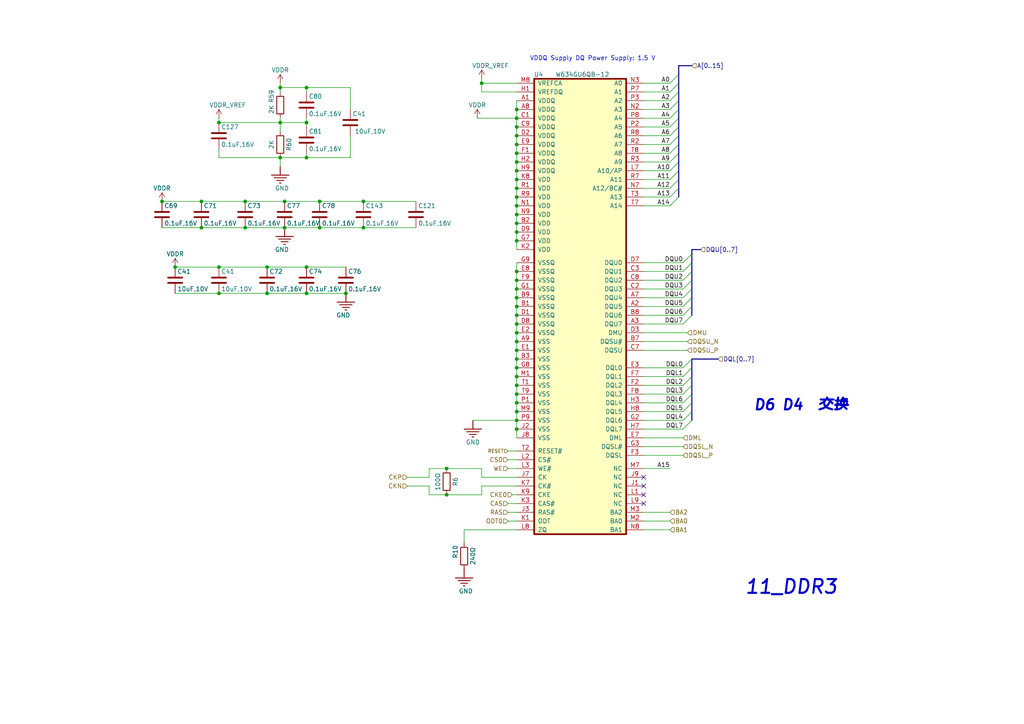
<source format=kicad_sch>
(kicad_sch (version 20230121) (generator eeschema)
  (paper "A4")
  (lib_symbols
    (symbol "0.1uF,16V_1" (pin_numbers hide) (pin_names (offset 0.254))
      (property "Reference" "C" (at 0.635 2.54 0))
      (property "Value" "0.1uF,16V_1" (at 0.635 -2.54 0))
      (symbol "0.1uF,16V_1_0_1"
        (polyline (pts (xy -2.032 -0.762) (xy 2.032 -0.762)) (stroke (width 0.508)))
        (polyline (pts (xy -2.032 0.762) (xy 2.032 0.762)) (stroke (width 0.508)))
      )
      (symbol "0.1uF,16V_1_1_1"
        (pin passive line (at 0 3.81 270) (length 2.794) (name "~") (number "1"))
        (pin passive line (at 0 -3.81 90) (length 2.794) (name "~") (number "2"))
      )
    )
    (symbol "0.1uF,16V_10" (pin_numbers hide) (pin_names (offset 0.254))
      (property "Reference" "C" (at 0.635 2.54 0))
      (property "Value" "0.1uF,16V_10" (at 0.635 -2.54 0))
      (symbol "0.1uF,16V_10_0_1"
        (polyline (pts (xy -2.032 -0.762) (xy 2.032 -0.762)) (stroke (width 0.508)))
        (polyline (pts (xy -2.032 0.762) (xy 2.032 0.762)) (stroke (width 0.508)))
      )
      (symbol "0.1uF,16V_10_1_1"
        (pin passive line (at 0 3.81 270) (length 2.794) (name "~") (number "1"))
        (pin passive line (at 0 -3.81 90) (length 2.794) (name "~") (number "2"))
      )
    )
    (symbol "0.1uF,16V_11" (pin_numbers hide) (pin_names (offset 0.254))
      (property "Reference" "C" (at 0.635 2.54 0))
      (property "Value" "0.1uF,16V_11" (at 0.635 -2.54 0))
      (symbol "0.1uF,16V_11_0_1"
        (polyline (pts (xy -2.032 -0.762) (xy 2.032 -0.762)) (stroke (width 0.508)))
        (polyline (pts (xy -2.032 0.762) (xy 2.032 0.762)) (stroke (width 0.508)))
      )
      (symbol "0.1uF,16V_11_1_1"
        (pin passive line (at 0 3.81 270) (length 2.794) (name "~") (number "1"))
        (pin passive line (at 0 -3.81 90) (length 2.794) (name "~") (number "2"))
      )
    )
    (symbol "0.1uF,16V_2" (pin_numbers hide) (pin_names (offset 0.254))
      (property "Reference" "C" (at 0.635 2.54 0))
      (property "Value" "0.1uF,16V_2" (at 0.635 -2.54 0))
      (symbol "0.1uF,16V_2_0_1"
        (polyline (pts (xy -2.032 -0.762) (xy 2.032 -0.762)) (stroke (width 0.508)))
        (polyline (pts (xy -2.032 0.762) (xy 2.032 0.762)) (stroke (width 0.508)))
      )
      (symbol "0.1uF,16V_2_1_1"
        (pin passive line (at 0 3.81 270) (length 2.794) (name "~") (number "1"))
        (pin passive line (at 0 -3.81 90) (length 2.794) (name "~") (number "2"))
      )
    )
    (symbol "0.1uF,16V_3" (pin_numbers hide) (pin_names (offset 0.254))
      (property "Reference" "C" (at 0.635 2.54 0))
      (property "Value" "0.1uF,16V_3" (at 0.635 -2.54 0))
      (symbol "0.1uF,16V_3_0_1"
        (polyline (pts (xy -2.032 -0.762) (xy 2.032 -0.762)) (stroke (width 0.508)))
        (polyline (pts (xy -2.032 0.762) (xy 2.032 0.762)) (stroke (width 0.508)))
      )
      (symbol "0.1uF,16V_3_1_1"
        (pin passive line (at 0 3.81 270) (length 2.794) (name "~") (number "1"))
        (pin passive line (at 0 -3.81 90) (length 2.794) (name "~") (number "2"))
      )
    )
    (symbol "0.1uF,16V_5" (pin_numbers hide) (pin_names (offset 0.254))
      (property "Reference" "C" (at 0.635 2.54 0))
      (property "Value" "0.1uF,16V_5" (at 0.635 -2.54 0))
      (symbol "0.1uF,16V_5_0_1"
        (polyline (pts (xy -2.032 -0.762) (xy 2.032 -0.762)) (stroke (width 0.508)))
        (polyline (pts (xy -2.032 0.762) (xy 2.032 0.762)) (stroke (width 0.508)))
      )
      (symbol "0.1uF,16V_5_1_1"
        (pin passive line (at 0 3.81 270) (length 2.794) (name "~") (number "1"))
        (pin passive line (at 0 -3.81 90) (length 2.794) (name "~") (number "2"))
      )
    )
    (symbol "0.1uF,16V_6" (pin_numbers hide) (pin_names (offset 0.254))
      (property "Reference" "C" (at 0.635 2.54 0))
      (property "Value" "0.1uF,16V_6" (at 0.635 -2.54 0))
      (symbol "0.1uF,16V_6_0_1"
        (polyline (pts (xy -2.032 -0.762) (xy 2.032 -0.762)) (stroke (width 0.508)))
        (polyline (pts (xy -2.032 0.762) (xy 2.032 0.762)) (stroke (width 0.508)))
      )
      (symbol "0.1uF,16V_6_1_1"
        (pin passive line (at 0 3.81 270) (length 2.794) (name "~") (number "1"))
        (pin passive line (at 0 -3.81 90) (length 2.794) (name "~") (number "2"))
      )
    )
    (symbol "0.1uF,16V_7" (pin_numbers hide) (pin_names (offset 0.254))
      (property "Reference" "C" (at 0.635 2.54 0))
      (property "Value" "0.1uF,16V_7" (at 0.635 -2.54 0))
      (symbol "0.1uF,16V_7_0_1"
        (polyline (pts (xy -2.032 -0.762) (xy 2.032 -0.762)) (stroke (width 0.508)))
        (polyline (pts (xy -2.032 0.762) (xy 2.032 0.762)) (stroke (width 0.508)))
      )
      (symbol "0.1uF,16V_7_1_1"
        (pin passive line (at 0 3.81 270) (length 2.794) (name "~") (number "1"))
        (pin passive line (at 0 -3.81 90) (length 2.794) (name "~") (number "2"))
      )
    )
    (symbol "0.1uF,16V_8" (pin_numbers hide) (pin_names (offset 0.254))
      (property "Reference" "C" (at 0.635 2.54 0))
      (property "Value" "0.1uF,16V_8" (at 0.635 -2.54 0))
      (symbol "0.1uF,16V_8_0_1"
        (polyline (pts (xy -2.032 -0.762) (xy 2.032 -0.762)) (stroke (width 0.508)))
        (polyline (pts (xy -2.032 0.762) (xy 2.032 0.762)) (stroke (width 0.508)))
      )
      (symbol "0.1uF,16V_8_1_1"
        (pin passive line (at 0 3.81 270) (length 2.794) (name "~") (number "1"))
        (pin passive line (at 0 -3.81 90) (length 2.794) (name "~") (number "2"))
      )
    )
    (symbol "0.1uF,16V_9" (pin_numbers hide) (pin_names (offset 0.254))
      (property "Reference" "C" (at 0.635 2.54 0))
      (property "Value" "0.1uF,16V_9" (at 0.635 -2.54 0))
      (symbol "0.1uF,16V_9_0_1"
        (polyline (pts (xy -2.032 -0.762) (xy 2.032 -0.762)) (stroke (width 0.508)))
        (polyline (pts (xy -2.032 0.762) (xy 2.032 0.762)) (stroke (width 0.508)))
      )
      (symbol "0.1uF,16V_9_1_1"
        (pin passive line (at 0 3.81 270) (length 2.794) (name "~") (number "1"))
        (pin passive line (at 0 -3.81 90) (length 2.794) (name "~") (number "2"))
      )
    )
    (symbol "02_HPM_Resistor:100Ω" (pin_numbers hide) (pin_names (offset 0))
      (property "Reference" "R" (at -3.81 1.27 0))
      (property "Value" "100Ω" (at 5.08 1.27 0))
      (symbol "100Ω_0_1"
        (rectangle (start 2.54 -1.016) (end -2.54 1.016) (stroke (width 0.254)))
      )
      (symbol "100Ω_1_1"
        (pin passive line (at -3.81 0 0) (length 1.27) (name "~") (number "1"))
        (pin passive line (at 3.81 0 180) (length 1.27) (name "~") (number "2"))
      )
    )
    (symbol "02_HPM_Resistor:240Ω" (pin_numbers hide) (pin_names (offset 0))
      (property "Reference" "R" (at -3.81 1.27 0))
      (property "Value" "240Ω" (at 5.08 1.27 0))
      (symbol "240Ω_0_1"
        (rectangle (start 2.54 -1.016) (end -2.54 1.016) (stroke (width 0.254)))
      )
      (symbol "240Ω_1_1"
        (pin passive line (at -3.81 0 0) (length 1.27) (name "~") (number "1"))
        (pin passive line (at 3.81 0 180) (length 1.27) (name "~") (number "2"))
      )
    )
    (symbol "02_HPM_Resistor:2K" (pin_numbers hide) (pin_names (offset 0))
      (property "Reference" "R" (at -5.08 1.27 0))
      (property "Value" "2K" (at 5.08 1.27 0))
      (symbol "2K_0_1"
        (rectangle (start 2.54 -1.016) (end -2.54 1.016) (stroke (width 0.254)))
      )
      (symbol "2K_1_1"
        (pin passive line (at -3.81 0 0) (length 1.27) (name "~") (number "1"))
        (pin passive line (at 3.81 0 180) (length 1.27) (name "~") (number "2"))
      )
    )
    (symbol "06_HPM_IC:H5TQ4G63EFR-RDC" (pin_names (offset 1.016))
      (property "Reference" "U4" (at -11.43 62.23 0))
      (property "Value" "H5TQ4G63EFR-RDC" (at 2.54 62.23 0))
      (symbol "H5TQ4G63EFR-RDC_1_1"
        (rectangle (start -13.97 60.96) (end 12.7 -71.12) (stroke (width 0.5)) (fill (type background)))
        (pin input line (at -19.05 54.61 0) (length 5.08) (name "VDDQ") (number "A1"))
        (pin input line (at 17.78 -5.08 180) (length 5.08) (name "DQU5") (number "A2"))
        (pin input line (at 17.78 -10.16 180) (length 5.08) (name "DQU7") (number "A3"))
        (pin input line (at 17.78 -2.54 180) (length 5.08) (name "DQU4") (number "A7"))
        (pin input line (at -19.05 52.07 0) (length 5.08) (name "VDDQ") (number "A8"))
        (pin input line (at -19.05 -15.24 0) (length 5.08) (name "VSS") (number "A9"))
        (pin input line (at -19.05 -5.08 0) (length 5.08) (name "VSSQ") (number "B1"))
        (pin input line (at -19.05 19.05 0) (length 5.08) (name "VDD") (number "B2"))
        (pin input line (at -19.05 -20.32 0) (length 5.08) (name "VSS") (number "B3"))
        (pin input line (at 17.78 -15.24 180) (length 5.08) (name "DQSU#") (number "B7"))
        (pin input line (at 17.78 -7.62 180) (length 5.08) (name "DQU6") (number "B8"))
        (pin input line (at -19.05 -2.54 0) (length 5.08) (name "VSSQ") (number "B9"))
        (pin input line (at -19.05 49.53 0) (length 5.08) (name "VDDQ") (number "C1"))
        (pin input line (at 17.78 0 180) (length 5.08) (name "DQU3") (number "C2"))
        (pin input line (at 17.78 5.08 180) (length 5.08) (name "DQU1") (number "C3"))
        (pin input line (at 17.78 -17.78 180) (length 5.08) (name "DQSU") (number "C7"))
        (pin input line (at 17.78 2.54 180) (length 5.08) (name "DQU2") (number "C8"))
        (pin input line (at -19.05 46.99 0) (length 5.08) (name "VDDQ") (number "C9"))
        (pin input line (at -19.05 -7.62 0) (length 5.08) (name "VSSQ") (number "D1"))
        (pin input line (at -19.05 44.45 0) (length 5.08) (name "VDDQ") (number "D2"))
        (pin input line (at 17.78 -12.7 180) (length 5.08) (name "DMU") (number "D3"))
        (pin input line (at 17.78 7.62 180) (length 5.08) (name "DQU0") (number "D7"))
        (pin input line (at -19.05 -10.16 0) (length 5.08) (name "VSSQ") (number "D8"))
        (pin input line (at -19.05 16.51 0) (length 5.08) (name "VDD") (number "D9"))
        (pin input line (at -19.05 -17.78 0) (length 5.08) (name "VSS") (number "E1"))
        (pin input line (at -19.05 -12.7 0) (length 5.08) (name "VSSQ") (number "E2"))
        (pin input line (at 17.78 -22.86 180) (length 5.08) (name "DQL0") (number "E3"))
        (pin input line (at 17.78 -43.18 180) (length 5.08) (name "DML") (number "E7"))
        (pin input line (at -19.05 5.08 0) (length 5.08) (name "VSSQ") (number "E8"))
        (pin input line (at -19.05 41.91 0) (length 5.08) (name "VDDQ") (number "E9"))
        (pin input line (at -19.05 39.37 0) (length 5.08) (name "VDDQ") (number "F1"))
        (pin input line (at 17.78 -27.94 180) (length 5.08) (name "DQL2") (number "F2"))
        (pin input line (at 17.78 -48.26 180) (length 5.08) (name "DQSL") (number "F3"))
        (pin input line (at 17.78 -25.4 180) (length 5.08) (name "DQL1") (number "F7"))
        (pin input line (at 17.78 -30.48 180) (length 5.08) (name "DQL3") (number "F8"))
        (pin input line (at -19.05 2.54 0) (length 5.08) (name "VSSQ") (number "F9"))
        (pin input line (at -19.05 0 0) (length 5.08) (name "VSSQ") (number "G1"))
        (pin input line (at 17.78 -38.1 180) (length 5.08) (name "DQL6") (number "G2"))
        (pin input line (at 17.78 -45.72 180) (length 5.08) (name "DQSL#") (number "G3"))
        (pin input line (at -19.05 13.97 0) (length 5.08) (name "VDD") (number "G7"))
        (pin input line (at -19.05 -22.86 0) (length 5.08) (name "VSS") (number "G8"))
        (pin input line (at -19.05 7.62 0) (length 5.08) (name "VSSQ") (number "G9"))
        (pin input line (at -19.05 57.15 0) (length 5.08) (name "VREFDQ") (number "H1"))
        (pin input line (at -19.05 36.83 0) (length 5.08) (name "VDDQ") (number "H2"))
        (pin input line (at 17.78 -33.02 180) (length 5.08) (name "DQL4") (number "H3"))
        (pin input line (at 17.78 -40.64 180) (length 5.08) (name "DQL7") (number "H7"))
        (pin input line (at 17.78 -35.56 180) (length 5.08) (name "DQL5") (number "H8"))
        (pin input line (at -19.05 34.29 0) (length 5.08) (name "VDDQ") (number "H9"))
        (pin input line (at 17.78 -57.15 180) (length 5.08) (name "NC") (number "J1"))
        (pin input line (at -19.05 -40.64 0) (length 5.08) (name "VSS") (number "J2"))
        (pin input line (at -19.05 -64.77 0) (length 5.08) (name "RAS#") (number "J3"))
        (pin input line (at -19.05 -54.61 0) (length 5.08) (name "CK") (number "J7"))
        (pin input line (at -19.05 -43.18 0) (length 5.08) (name "VSS") (number "J8"))
        (pin input line (at 17.78 -54.61 180) (length 5.08) (name "NC") (number "J9"))
        (pin input line (at -19.05 -67.31 0) (length 5.08) (name "ODT") (number "K1"))
        (pin input line (at -19.05 11.43 0) (length 5.08) (name "VDD") (number "K2"))
        (pin input line (at -19.05 -62.23 0) (length 5.08) (name "CAS#") (number "K3"))
        (pin input line (at -19.05 -57.15 0) (length 5.08) (name "CK#") (number "K7"))
        (pin input line (at -19.05 31.75 0) (length 5.08) (name "VDD") (number "K8"))
        (pin input line (at -19.05 -59.69 0) (length 5.08) (name "CKE") (number "K9"))
        (pin input line (at 17.78 -59.69 180) (length 5.08) (name "NC") (number "L1"))
        (pin input line (at -19.05 -49.53 0) (length 5.08) (name "CS#") (number "L2"))
        (pin input line (at -19.05 -52.07 0) (length 5.08) (name "WE#") (number "L3"))
        (pin input line (at 17.78 34.29 180) (length 5.08) (name "A10/AP") (number "L7"))
        (pin input line (at -19.05 -69.85 0) (length 5.08) (name "ZQ") (number "L8"))
        (pin input line (at 17.78 -62.23 180) (length 5.08) (name "NC") (number "L9"))
        (pin input line (at -19.05 -25.4 0) (length 5.08) (name "VSS") (number "M1"))
        (pin input line (at 17.78 -67.31 180) (length 5.08) (name "BA0") (number "M2"))
        (pin input line (at 17.78 -64.77 180) (length 5.08) (name "BA2") (number "M3"))
        (pin input line (at 17.78 -52.07 180) (length 5.08) (name "NC") (number "M7"))
        (pin input line (at -19.05 59.69 0) (length 5.08) (name "VREFCA") (number "M8"))
        (pin input line (at -19.05 -35.56 0) (length 5.08) (name "VSS") (number "M9"))
        (pin input line (at -19.05 24.13 0) (length 5.08) (name "VDD") (number "N1"))
        (pin input line (at 17.78 52.07 180) (length 5.08) (name "A3") (number "N2"))
        (pin input line (at 17.78 59.69 180) (length 5.08) (name "A0") (number "N3"))
        (pin input line (at 17.78 29.21 180) (length 5.08) (name "A12/BC#") (number "N7"))
        (pin input line (at 17.78 -69.85 180) (length 5.08) (name "BA1") (number "N8"))
        (pin input line (at -19.05 21.59 0) (length 5.08) (name "VDD") (number "N9"))
        (pin input line (at -19.05 -33.02 0) (length 5.08) (name "VSS") (number "P1"))
        (pin input line (at 17.78 46.99 180) (length 5.08) (name "A5") (number "P2"))
        (pin input line (at 17.78 54.61 180) (length 5.08) (name "A2") (number "P3"))
        (pin input line (at 17.78 57.15 180) (length 5.08) (name "A1") (number "P7"))
        (pin input line (at 17.78 49.53 180) (length 5.08) (name "A4") (number "P8"))
        (pin input line (at -19.05 -38.1 0) (length 5.08) (name "VSS") (number "P9"))
        (pin input line (at -19.05 29.21 0) (length 5.08) (name "VDD") (number "R1"))
        (pin input line (at 17.78 41.91 180) (length 5.08) (name "A7") (number "R2"))
        (pin input line (at 17.78 36.83 180) (length 5.08) (name "A9") (number "R3"))
        (pin input line (at 17.78 31.75 180) (length 5.08) (name "A11") (number "R7"))
        (pin input line (at 17.78 44.45 180) (length 5.08) (name "A6") (number "R8"))
        (pin input line (at -19.05 26.67 0) (length 5.08) (name "VDD") (number "R9"))
        (pin input line (at -19.05 -27.94 0) (length 5.08) (name "VSS") (number "T1"))
        (pin input line (at -19.05 -46.99 0) (length 5.08) (name "RESET#") (number "T2"))
        (pin input line (at 17.78 26.67 180) (length 5.08) (name "A13") (number "T3"))
        (pin input line (at 17.78 24.13 180) (length 5.08) (name "A14") (number "T7"))
        (pin input line (at 17.78 39.37 180) (length 5.08) (name "A8") (number "T8"))
        (pin input line (at -19.05 -30.48 0) (length 5.08) (name "VSS") (number "T9"))
      )
    )
    (symbol "10uF,10V_1" (pin_numbers hide) (pin_names (offset 0.254))
      (property "Reference" "C" (at 0.635 2.54 0))
      (property "Value" "10uF,10V_1" (at 0.635 -2.54 0))
      (symbol "10uF,10V_1_0_1"
        (polyline (pts (xy -2.032 -0.762) (xy 2.032 -0.762)) (stroke (width 0.508)))
        (polyline (pts (xy -2.032 0.762) (xy 2.032 0.762)) (stroke (width 0.508)))
      )
      (symbol "10uF,10V_1_1_1"
        (pin passive line (at 0 3.81 270) (length 2.794) (name "~") (number "1"))
        (pin passive line (at 0 -3.81 90) (length 2.794) (name "~") (number "2"))
      )
    )
    (symbol "333-altium-import:GND" (power)
      (property "Reference" "#PWR" (at 0 0 0))
      (property "Value" "GND" (at 0 6.35 0))
      (symbol "GND_0_0"
        (polyline (pts (xy -2.54 -2.54) (xy 2.54 -2.54)) (stroke (width 0.254)))
        (polyline (pts (xy -1.778 -3.302) (xy 1.778 -3.302)) (stroke (width 0.254)))
        (polyline (pts (xy -1.016 -4.064) (xy 1.016 -4.064)) (stroke (width 0.254)))
        (polyline (pts (xy -0.254 -4.826) (xy 0.254 -4.826)) (stroke (width 0.254)))
        (polyline (pts (xy 0 0) (xy 0 -2.54)) (stroke (width 0.254)))
        (pin power_in line (at 0 0 0) (length 0) hide (name "GND") (number ""))
      )
    )
    (symbol "power:GND" (power)
      (property "Value" "GND" (at 1.27 -6.35 0))
      (symbol "GND_0_0"
        (polyline (pts (xy -2.54 -2.54) (xy 2.54 -2.54)) (stroke (width 0.254)))
        (polyline (pts (xy -1.778 -3.302) (xy 1.778 -3.302)) (stroke (width 0.254)))
        (polyline (pts (xy -1.016 -4.064) (xy 1.016 -4.064)) (stroke (width 0.254)))
        (polyline (pts (xy -0.254 -4.826) (xy 0.254 -4.826)) (stroke (width 0.254)))
        (polyline (pts (xy 0 0) (xy 0 -2.54)) (stroke (width 0.254)))
        (pin power_in line (at 0 0 0) (length 0) hide (name "GND") (number ""))
      )
    )
    (symbol "power:VDDR" (power) (pin_names (offset 0))
      (property "Value" "VDDR" (at 0 3.81 0))
      (symbol "VDDR_0_1"
        (polyline (pts (xy -0.762 1.27) (xy 0 2.54)))
        (polyline (pts (xy 0 0) (xy 0 2.54)))
        (polyline (pts (xy 0 2.54) (xy 0.762 1.27)))
      )
      (symbol "VDDR_1_1"
        (pin power_in line (at 0 0 90) (length 0) hide (name "VDDR") (number "1"))
      )
    )
    (symbol "power:VDDR_VREF" (power) (pin_names (offset 0))
      (property "Value" "VDDR_VREF" (at 0 3.81 0))
      (symbol "VDDR_VREF_0_1"
        (polyline (pts (xy -0.762 1.27) (xy 0 2.54)))
        (polyline (pts (xy 0 0) (xy 0 2.54)))
        (polyline (pts (xy 0 2.54) (xy 0.762 1.27)))
      )
      (symbol "VDDR_VREF_1_1"
        (pin power_in line (at 0 0 90) (length 0) hide (name "VDDR_VREF") (number "1"))
      )
    )
  )
  (junction (at 149.86 121.92))
  (junction (at 149.86 41.91))
  (junction (at 88.9 77.47))
  (junction (at 46.99 58.42))
  (junction (at 63.5 77.47))
  (junction (at 129.54 143.51))
  (junction (at 149.86 69.85))
  (junction (at 149.86 119.38))
  (junction (at 149.86 91.44))
  (junction (at 149.86 49.53))
  (junction (at 149.86 101.6))
  (junction (at 149.86 67.31))
  (junction (at 81.28 25.4))
  (junction (at 77.47 85.09))
  (junction (at 92.71 58.42))
  (junction (at 149.86 57.15))
  (junction (at 149.86 104.14))
  (junction (at 71.12 66.04))
  (junction (at 149.86 44.45))
  (junction (at 149.86 54.61))
  (junction (at 149.86 83.82))
  (junction (at 149.86 46.99))
  (junction (at 149.86 109.22))
  (junction (at 129.54 135.89))
  (junction (at 149.86 64.77))
  (junction (at 63.5 35.56))
  (junction (at 149.86 86.36))
  (junction (at 149.86 34.29))
  (junction (at 149.86 36.83))
  (junction (at 58.42 66.04))
  (junction (at 58.42 58.42))
  (junction (at 149.86 31.75))
  (junction (at 88.9 25.4))
  (junction (at 149.86 52.07))
  (junction (at 88.9 85.09))
  (junction (at 105.41 58.42))
  (junction (at 149.86 81.28))
  (junction (at 81.28 35.56))
  (junction (at 88.9 35.56))
  (junction (at 63.5 85.09))
  (junction (at 77.47 77.47))
  (junction (at 88.9 45.72))
  (junction (at 149.86 111.76))
  (junction (at 149.86 93.98))
  (junction (at 71.12 58.42))
  (junction (at 139.7 24.13))
  (junction (at 82.55 66.04))
  (junction (at 149.86 39.37))
  (junction (at 50.8 77.47))
  (junction (at 105.41 66.04))
  (junction (at 100.33 85.09))
  (junction (at 149.86 88.9))
  (junction (at 149.86 59.69))
  (junction (at 92.71 66.04))
  (junction (at 82.55 58.42))
  (junction (at 149.86 62.23))
  (junction (at 149.86 114.3))
  (junction (at 149.86 124.46))
  (junction (at 149.86 106.68))
  (junction (at 149.86 116.84))
  (junction (at 81.28 45.72))
  (junction (at 149.86 78.74))
  (junction (at 149.86 96.52))
  (junction (at 149.86 99.06))
  (no_connect (at 186.69 138.43))
  (no_connect (at 186.69 146.05))
  (no_connect (at 186.69 140.97))
  (no_connect (at 186.69 143.51))
  (bus_entry (at 194.31 36.83) (size 2.54 -2.54))
  (bus_entry (at 194.31 41.91) (size 2.54 -2.54))
  (bus_entry (at 194.31 59.69) (size 2.54 -2.54))
  (bus_entry (at 198.12 109.22) (size 2.54 -2.54))
  (bus_entry (at 198.12 76.2) (size 2.54 -2.54))
  (bus_entry (at 198.12 124.46) (size 2.54 -2.54))
  (bus_entry (at 198.12 114.3) (size 2.54 -2.54))
  (bus_entry (at 194.31 49.53) (size 2.54 -2.54))
  (bus_entry (at 198.12 111.76) (size 2.54 -2.54))
  (bus_entry (at 194.31 54.61) (size 2.54 -2.54))
  (bus_entry (at 198.12 121.92) (size 2.54 -2.54))
  (bus_entry (at 198.12 78.74) (size 2.54 -2.54))
  (bus_entry (at 198.12 93.98) (size 2.54 -2.54))
  (bus_entry (at 198.12 81.28) (size 2.54 -2.54))
  (bus_entry (at 198.12 88.9) (size 2.54 -2.54))
  (bus_entry (at 198.12 116.84) (size 2.54 -2.54))
  (bus_entry (at 198.12 91.44) (size 2.54 -2.54))
  (bus_entry (at 194.31 46.99) (size 2.54 -2.54))
  (bus_entry (at 198.12 119.38) (size 2.54 -2.54))
  (bus_entry (at 198.12 86.36) (size 2.54 -2.54))
  (bus_entry (at 194.31 34.29) (size 2.54 -2.54))
  (bus_entry (at 198.12 83.82) (size 2.54 -2.54))
  (bus_entry (at 198.12 106.68) (size 2.54 -2.54))
  (bus_entry (at 194.31 52.07) (size 2.54 -2.54))
  (bus_entry (at 194.31 24.13) (size 2.54 -2.54))
  (bus_entry (at 194.31 26.67) (size 2.54 -2.54))
  (bus_entry (at 194.31 57.15) (size 2.54 -2.54))
  (bus_entry (at 194.31 39.37) (size 2.54 -2.54))
  (bus_entry (at 194.31 31.75) (size 2.54 -2.54))
  (bus_entry (at 194.31 44.45) (size 2.54 -2.54))
  (bus_entry (at 194.31 29.21) (size 2.54 -2.54))
  (wire (pts (xy 149.86 49.53) (xy 149.86 52.07)) (stroke (width 0.15)))
  (wire (pts (xy 149.86 111.76) (xy 149.86 114.3)) (stroke (width 0.15)))
  (wire (pts (xy 147.32 146.05) (xy 148.59 146.05)) (stroke (width 0.15)))
  (wire (pts (xy 186.69 127) (xy 198.12 127)))
  (wire (pts (xy 101.6 25.4) (xy 101.6 31.75)))
  (wire (pts (xy 81.28 45.72) (xy 88.9 45.72)))
  (wire (pts (xy 186.69 99.06) (xy 199.39 99.06)) (stroke (width 0.15)))
  (wire (pts (xy 186.69 88.9) (xy 198.12 88.9)) (stroke (width 0.15)))
  (wire (pts (xy 81.28 35.56) (xy 88.9 35.56)))
  (wire (pts (xy 81.28 45.72) (xy 63.5 45.72)))
  (wire (pts (xy 81.28 25.4) (xy 81.28 26.67)))
  (wire (pts (xy 149.86 39.37) (xy 149.86 41.91)) (stroke (width 0.15)))
  (wire (pts (xy 124.46 140.97) (xy 124.46 143.51)) (stroke (width 0.15)))
  (bus (pts (xy 196.85 19.05) (xy 196.85 21.59)))
  (wire (pts (xy 124.46 135.89) (xy 124.46 138.43)) (stroke (width 0.15)))
  (wire (pts (xy 198.12 119.38) (xy 186.69 119.38)))
  (wire (pts (xy 149.86 93.98) (xy 149.86 96.52)) (stroke (width 0.15)))
  (wire (pts (xy 186.69 132.08) (xy 198.12 132.08)))
  (wire (pts (xy 186.69 59.69) (xy 194.31 59.69)) (stroke (width 0.15)))
  (wire (pts (xy 139.7 26.67) (xy 139.7 24.13)) (stroke (width 0.15)))
  (wire (pts (xy 186.69 29.21) (xy 194.31 29.21)) (stroke (width 0.15)))
  (wire (pts (xy 149.86 76.2) (xy 149.86 78.74)) (stroke (width 0.15)))
  (wire (pts (xy 186.69 26.67) (xy 194.31 26.67)) (stroke (width 0.15)))
  (bus (pts (xy 196.85 26.67) (xy 196.85 29.21)))
  (bus (pts (xy 196.85 34.29) (xy 196.85 36.83)))
  (wire (pts (xy 50.8 77.47) (xy 63.5 77.47)))
  (wire (pts (xy 139.7 140.97) (xy 149.86 140.97)))
  (wire (pts (xy 147.32 130.81) (xy 149.86 130.81)) (stroke (width 0.15)))
  (bus (pts (xy 196.85 29.21) (xy 196.85 31.75)))
  (bus (pts (xy 196.85 19.05) (xy 200.66 19.05)))
  (wire (pts (xy 101.6 45.72) (xy 101.6 39.37)))
  (wire (pts (xy 88.9 34.29) (xy 88.9 35.56)))
  (wire (pts (xy 77.47 85.09) (xy 88.9 85.09)) (stroke (width 0.15)))
  (wire (pts (xy 186.69 34.29) (xy 194.31 34.29)) (stroke (width 0.15)))
  (bus (pts (xy 196.85 39.37) (xy 196.85 41.91)))
  (bus (pts (xy 200.66 109.22) (xy 200.66 106.68)))
  (wire (pts (xy 149.86 54.61) (xy 149.86 57.15)) (stroke (width 0.15)))
  (wire (pts (xy 58.42 66.04) (xy 71.12 66.04)))
  (wire (pts (xy 186.69 129.54) (xy 198.12 129.54)))
  (wire (pts (xy 198.12 121.92) (xy 186.69 121.92)))
  (wire (pts (xy 71.12 66.04) (xy 82.55 66.04)))
  (bus (pts (xy 200.66 73.66) (xy 200.66 72.39)))
  (wire (pts (xy 186.69 49.53) (xy 194.31 49.53)) (stroke (width 0.15)))
  (wire (pts (xy 105.41 58.42) (xy 120.65 58.42)))
  (wire (pts (xy 81.28 24.13) (xy 81.28 25.4)))
  (wire (pts (xy 186.69 76.2) (xy 198.12 76.2)) (stroke (width 0.15)))
  (wire (pts (xy 149.86 99.06) (xy 149.86 101.6)) (stroke (width 0.15)))
  (wire (pts (xy 124.46 135.89) (xy 129.54 135.89)) (stroke (width 0.15)))
  (bus (pts (xy 196.85 21.59) (xy 196.85 24.13)))
  (wire (pts (xy 82.55 66.04) (xy 92.71 66.04)) (stroke (width 0.15)))
  (wire (pts (xy 186.69 91.44) (xy 198.12 91.44)) (stroke (width 0.15)))
  (wire (pts (xy 119.38 138.43) (xy 124.46 138.43)))
  (bus (pts (xy 196.85 31.75) (xy 196.85 34.29)))
  (wire (pts (xy 149.86 83.82) (xy 149.86 86.36)) (stroke (width 0.15)))
  (wire (pts (xy 149.86 26.67) (xy 139.7 26.67)) (stroke (width 0.15)))
  (wire (pts (xy 149.86 46.99) (xy 149.86 49.53)) (stroke (width 0.15)))
  (wire (pts (xy 149.86 29.21) (xy 149.86 31.75)) (stroke (width 0.15)))
  (wire (pts (xy 194.31 24.13) (xy 186.69 24.13)) (stroke (width 0.15)))
  (wire (pts (xy 186.69 78.74) (xy 198.12 78.74)) (stroke (width 0.15)))
  (bus (pts (xy 200.66 121.92) (xy 200.66 119.38)))
  (wire (pts (xy 186.69 44.45) (xy 194.31 44.45)) (stroke (width 0.15)))
  (wire (pts (xy 63.5 45.72) (xy 63.5 43.18)))
  (wire (pts (xy 63.5 85.09) (xy 77.47 85.09)) (stroke (width 0.15)))
  (wire (pts (xy 88.9 44.45) (xy 88.9 45.72)))
  (wire (pts (xy 139.7 138.43) (xy 149.86 138.43)))
  (wire (pts (xy 186.69 52.07) (xy 194.31 52.07)) (stroke (width 0.15)))
  (wire (pts (xy 186.69 153.67) (xy 194.31 153.67)) (stroke (width 0.15)))
  (wire (pts (xy 118.11 140.97) (xy 119.38 140.97)) (stroke (width 0.15)))
  (wire (pts (xy 186.69 86.36) (xy 198.12 86.36)) (stroke (width 0.15)))
  (wire (pts (xy 71.12 58.42) (xy 82.55 58.42)) (stroke (width 0.15)))
  (wire (pts (xy 149.86 124.46) (xy 149.86 127)) (stroke (width 0.15)))
  (wire (pts (xy 63.5 77.47) (xy 77.47 77.47)) (stroke (width 0.15)))
  (wire (pts (xy 137.16 121.92) (xy 149.86 121.92)) (stroke (width 0.15)))
  (wire (pts (xy 88.9 77.47) (xy 100.33 77.47)) (stroke (width 0.15)))
  (wire (pts (xy 119.38 140.97) (xy 124.46 140.97)))
  (wire (pts (xy 149.86 153.67) (xy 134.62 153.67)))
  (wire (pts (xy 198.12 124.46) (xy 186.69 124.46)))
  (wire (pts (xy 105.41 66.04) (xy 120.65 66.04)) (stroke (width 0.15)))
  (wire (pts (xy 186.69 83.82) (xy 198.12 83.82)) (stroke (width 0.15)))
  (wire (pts (xy 198.12 111.76) (xy 186.69 111.76)))
  (wire (pts (xy 186.69 151.13) (xy 194.31 151.13)) (stroke (width 0.15)))
  (wire (pts (xy 198.12 114.3) (xy 186.69 114.3)))
  (bus (pts (xy 200.66 116.84) (xy 200.66 114.3)))
  (bus (pts (xy 196.85 49.53) (xy 196.85 52.07)))
  (wire (pts (xy 149.86 62.23) (xy 149.86 64.77)) (stroke (width 0.15)))
  (wire (pts (xy 149.86 44.45) (xy 149.86 46.99)) (stroke (width 0.15)))
  (bus (pts (xy 200.66 72.39) (xy 203.2 72.39)))
  (wire (pts (xy 186.69 36.83) (xy 194.31 36.83)) (stroke (width 0.15)))
  (wire (pts (xy 149.86 57.15) (xy 149.86 59.69)) (stroke (width 0.15)))
  (bus (pts (xy 200.66 86.36) (xy 200.66 83.82)))
  (wire (pts (xy 149.86 31.75) (xy 149.86 34.29)) (stroke (width 0.15)))
  (wire (pts (xy 149.86 86.36) (xy 149.86 88.9)) (stroke (width 0.15)))
  (wire (pts (xy 149.86 34.29) (xy 149.86 36.83)) (stroke (width 0.15)))
  (wire (pts (xy 148.59 148.59) (xy 149.86 148.59)))
  (bus (pts (xy 200.66 119.38) (xy 200.66 116.84)))
  (wire (pts (xy 149.86 81.28) (xy 149.86 83.82)) (stroke (width 0.15)))
  (wire (pts (xy 149.86 88.9) (xy 149.86 91.44)) (stroke (width 0.15)))
  (wire (pts (xy 81.28 35.56) (xy 81.28 38.1)))
  (wire (pts (xy 88.9 45.72) (xy 101.6 45.72)))
  (wire (pts (xy 149.86 52.07) (xy 149.86 54.61)) (stroke (width 0.15)))
  (bus (pts (xy 196.85 36.83) (xy 196.85 39.37)))
  (wire (pts (xy 46.99 58.42) (xy 58.42 58.42)) (stroke (width 0.15)))
  (wire (pts (xy 149.86 121.92) (xy 149.86 124.46)) (stroke (width 0.15)))
  (bus (pts (xy 200.66 91.44) (xy 200.66 88.9)))
  (wire (pts (xy 149.86 59.69) (xy 149.86 62.23)) (stroke (width 0.15)))
  (wire (pts (xy 186.69 81.28) (xy 198.12 81.28)) (stroke (width 0.15)))
  (wire (pts (xy 88.9 35.56) (xy 88.9 36.83)))
  (bus (pts (xy 200.66 106.68) (xy 200.66 104.14)))
  (wire (pts (xy 198.12 109.22) (xy 186.69 109.22)))
  (wire (pts (xy 92.71 66.04) (xy 105.41 66.04)) (stroke (width 0.15)))
  (wire (pts (xy 148.59 135.89) (xy 149.86 135.89)))
  (bus (pts (xy 196.85 46.99) (xy 196.85 49.53)))
  (wire (pts (xy 198.12 106.68) (xy 186.69 106.68)))
  (wire (pts (xy 77.47 77.47) (xy 88.9 77.47)) (stroke (width 0.15)))
  (bus (pts (xy 200.66 104.14) (xy 208.28 104.14)))
  (wire (pts (xy 147.32 135.89) (xy 148.59 135.89)) (stroke (width 0.15)))
  (wire (pts (xy 134.62 153.67) (xy 134.62 157.48)))
  (wire (pts (xy 129.54 135.89) (xy 139.7 135.89)))
  (wire (pts (xy 149.86 91.44) (xy 149.86 93.98)) (stroke (width 0.15)))
  (wire (pts (xy 149.86 114.3) (xy 149.86 116.84)) (stroke (width 0.15)))
  (wire (pts (xy 149.86 116.84) (xy 149.86 119.38)) (stroke (width 0.15)))
  (wire (pts (xy 58.42 58.42) (xy 71.12 58.42)) (stroke (width 0.15)))
  (wire (pts (xy 63.5 35.56) (xy 63.5 34.29)))
  (wire (pts (xy 148.59 146.05) (xy 149.86 146.05)))
  (wire (pts (xy 186.69 93.98) (xy 198.12 93.98)) (stroke (width 0.15)))
  (wire (pts (xy 139.7 24.13) (xy 149.86 24.13)) (stroke (width 0.15)))
  (bus (pts (xy 200.66 81.28) (xy 200.66 78.74)))
  (wire (pts (xy 147.32 148.59) (xy 148.59 148.59)) (stroke (width 0.15)))
  (wire (pts (xy 186.69 101.6) (xy 199.39 101.6)) (stroke (width 0.15)))
  (bus (pts (xy 196.85 44.45) (xy 196.85 46.99)))
  (bus (pts (xy 200.66 114.3) (xy 200.66 111.76)))
  (wire (pts (xy 139.7 143.51) (xy 139.7 140.97)) (stroke (width 0.15)))
  (wire (pts (xy 139.7 22.86) (xy 139.7 24.13)))
  (wire (pts (xy 147.32 133.35) (xy 148.59 133.35)) (stroke (width 0.15)))
  (wire (pts (xy 149.86 36.83) (xy 149.86 39.37)) (stroke (width 0.15)))
  (wire (pts (xy 186.69 57.15) (xy 194.31 57.15)) (stroke (width 0.15)))
  (wire (pts (xy 81.28 45.72) (xy 81.28 48.26)) (stroke (width 0.15)))
  (wire (pts (xy 186.69 31.75) (xy 194.31 31.75)) (stroke (width 0.15)))
  (wire (pts (xy 46.99 66.04) (xy 58.42 66.04)))
  (wire (pts (xy 129.54 143.51) (xy 139.7 143.51)))
  (wire (pts (xy 147.32 151.13) (xy 149.86 151.13)))
  (wire (pts (xy 124.46 143.51) (xy 129.54 143.51)) (stroke (width 0.15)))
  (wire (pts (xy 198.12 116.84) (xy 186.69 116.84)))
  (bus (pts (xy 200.66 78.74) (xy 200.66 76.2)))
  (wire (pts (xy 139.7 138.43) (xy 139.7 135.89)) (stroke (width 0.15)))
  (wire (pts (xy 149.86 106.68) (xy 149.86 109.22)) (stroke (width 0.15)))
  (bus (pts (xy 200.66 83.82) (xy 200.66 81.28)))
  (bus (pts (xy 200.66 76.2) (xy 200.66 73.66)))
  (wire (pts (xy 148.59 133.35) (xy 149.86 133.35)))
  (wire (pts (xy 149.86 101.6) (xy 149.86 104.14)) (stroke (width 0.15)))
  (wire (pts (xy 186.69 39.37) (xy 194.31 39.37)) (stroke (width 0.15)))
  (wire (pts (xy 149.86 104.14) (xy 149.86 106.68)) (stroke (width 0.15)))
  (bus (pts (xy 196.85 54.61) (xy 196.85 57.15)))
  (wire (pts (xy 186.69 148.59) (xy 194.31 148.59)) (stroke (width 0.15)))
  (wire (pts (xy 149.86 64.77) (xy 149.86 67.31)) (stroke (width 0.15)))
  (bus (pts (xy 196.85 41.91) (xy 196.85 44.45)))
  (wire (pts (xy 149.86 67.31) (xy 149.86 69.85)) (stroke (width 0.15)))
  (bus (pts (xy 196.85 52.07) (xy 196.85 54.61)))
  (wire (pts (xy 81.28 35.56) (xy 63.5 35.56)))
  (wire (pts (xy 186.69 54.61) (xy 194.31 54.61)) (stroke (width 0.15)))
  (wire (pts (xy 82.55 58.42) (xy 92.71 58.42)) (stroke (width 0.15)))
  (wire (pts (xy 81.28 25.4) (xy 88.9 25.4)))
  (wire (pts (xy 149.86 109.22) (xy 149.86 111.76)) (stroke (width 0.15)))
  (wire (pts (xy 118.11 138.43) (xy 119.38 138.43)) (stroke (width 0.15)))
  (wire (pts (xy 88.9 25.4) (xy 88.9 26.67)))
  (wire (pts (xy 149.86 96.52) (xy 149.86 99.06)) (stroke (width 0.15)))
  (wire (pts (xy 88.9 25.4) (xy 101.6 25.4)))
  (bus (pts (xy 200.66 88.9) (xy 200.66 86.36)))
  (wire (pts (xy 92.71 58.42) (xy 105.41 58.42)) (stroke (width 0.15)))
  (bus (pts (xy 200.66 111.76) (xy 200.66 109.22)))
  (wire (pts (xy 138.43 34.29) (xy 149.86 34.29)) (stroke (width 0.15)))
  (wire (pts (xy 148.59 143.51) (xy 149.86 143.51)) (stroke (width 0.15)))
  (wire (pts (xy 186.69 96.52) (xy 199.39 96.52)))
  (bus (pts (xy 196.85 24.13) (xy 196.85 26.67)))
  (wire (pts (xy 81.28 34.29) (xy 81.28 35.56)))
  (wire (pts (xy 186.69 46.99) (xy 194.31 46.99)) (stroke (width 0.15)))
  (wire (pts (xy 149.86 78.74) (xy 149.86 81.28)) (stroke (width 0.15)))
  (wire (pts (xy 50.8 85.09) (xy 63.5 85.09)))
  (wire (pts (xy 88.9 85.09) (xy 100.33 85.09)) (stroke (width 0.15)))
  (wire (pts (xy 149.86 119.38) (xy 149.86 121.92)) (stroke (width 0.15)))
  (wire (pts (xy 186.69 135.89) (xy 194.31 135.89)))
  (wire (pts (xy 149.86 69.85) (xy 149.86 72.39)) (stroke (width 0.15)))
  (wire (pts (xy 186.69 41.91) (xy 194.31 41.91)) (stroke (width 0.15)))
  (wire (pts (xy 149.86 41.91) (xy 149.86 44.45)) (stroke (width 0.15)))
  (text "11_DDR3" (at 215.9 172.72 0) (effects (font (size 4 4) (thickness 0.6) bold italic) (justify left bottom)))
  (text "VDDQ Supply DQ Power Supply: 1.5 V" (at 153.67 17.78 0) (effects (font (size 1.27 1.27)) (justify left bottom)))
  (text "\nD6 D4  交换" (at 218.44 119.38 0) (effects (font (size 3 3) (thickness 0.6) bold italic) (justify left bottom)))
  (label "DQL1" (at 198.12 109.22 180))
  (label "A2" (at 194.31 29.21 180))
  (label "A8" (at 194.31 44.45 180))
  (label "A7" (at 194.31 41.91 180))
  (label "DQU4" (at 198.12 86.36 180))
  (label "DQL2" (at 198.12 111.76 180))
  (label "A0" (at 194.31 24.13 180))
  (label "DQL6" (at 198.12 116.84 180))
  (label "A4" (at 194.31 34.29 180))
  (label "A6" (at 194.31 39.37 180))
  (label "A1" (at 194.31 26.67 180))
  (label "A5" (at 194.31 36.83 180))
  (label "DQU7" (at 198.12 93.98 180))
  (label "A10" (at 194.31 49.53 180))
  (label "DQL5" (at 198.12 119.38 180))
  (label "DQU5" (at 198.12 88.9 180))
  (label "DQL0" (at 198.12 106.68 180))
  (label "DQL3" (at 198.12 114.3 180))
  (label "DQL4" (at 198.12 121.92 180))
  (label "A3" (at 194.31 31.75 180))
  (label "DQU1" (at 198.12 78.74 180))
  (label "DQL7" (at 198.12 124.46 180))
  (label "DQU6" (at 198.12 91.44 180))
  (label "DQU3" (at 198.12 83.82 180))
  (label "A14" (at 194.31 59.69 180))
  (label "A15" (at 194.31 135.89 180))
  (label "A11" (at 194.31 52.07 180))
  (label "A13" (at 194.31 57.15 180))
  (label "A9" (at 194.31 46.99 180))
  (label "DQU2" (at 198.12 81.28 180))
  (label "DQU0" (at 198.12 76.2 180))
  (label "A12" (at 194.31 54.61 180))
  (hierarchical_label "DQSU_P" (shape input) (at 199.39 101.6 0))
  (hierarchical_label "CKE0" (shape input) (at 148.59 143.51 180))
  (hierarchical_label "RESET" (shape input) (at 147.32 130.81 180) (effects (font (size 1 1))))
  (hierarchical_label "CS0" (shape input) (at 147.32 133.35 180))
  (hierarchical_label "RAS" (shape input) (at 147.32 148.59 180))
  (hierarchical_label "WE" (shape input) (at 147.32 135.89 180))
  (hierarchical_label "CAS" (shape input) (at 147.32 146.05 180))
  (hierarchical_label "BA1" (shape input) (at 194.31 153.67 0))
  (hierarchical_label "A[0..15]" (shape input) (at 200.66 19.05 0))
  (hierarchical_label "DQL[0..7]" (shape input) (at 208.28 104.14 0))
  (hierarchical_label "BA2" (shape input) (at 194.31 148.59 0))
  (hierarchical_label "DQSU_N" (shape input) (at 199.39 99.06 0))
  (hierarchical_label "DQU[0..7]" (shape input) (at 203.2 72.39 0))
  (hierarchical_label "CKN" (shape input) (at 118.11 140.97 180))
  (hierarchical_label "DMU" (shape input) (at 199.39 96.52 0))
  (hierarchical_label "DQSL_N" (shape input) (at 198.12 129.54 0))
  (hierarchical_label "DQSL_P" (shape input) (at 198.12 132.08 0))
  (hierarchical_label "ODT0" (shape input) (at 147.32 151.13 180))
  (hierarchical_label "CKP" (shape input) (at 118.11 138.43 180))
  (hierarchical_label "BA0" (shape input) (at 194.31 151.13 0))
  (hierarchical_label "DML" (shape input) (at 198.12 127 0))
  (symbol (lib_name "0.1uF,16V_1") (lib_id "03_HPM_Capacitance:0.1uF,16V") (at 92.71 62.23 0) (unit 1)
    (property "Reference" "C78" (at 93.345 59.69 0) (effects (justify left)))
    (property "Value" "0.1uF,16V" (at 93.345 64.77 0) (effects (justify left)))
    (property "Footprint" "03_HPM_Capacitance:C_0402" (effects hide))
    (property "Model" "CL05B104KO5NNNC" (effects hide))
    (property "Company" "SAMSUNG(三星)" (effects hide))
  )
  (symbol (lib_name "0.1uF,16V_1") (lib_id "03_HPM_Capacitance:0.1uF,16V") (at 105.41 62.23 0) (unit 1)
    (property "Reference" "C143" (at 106.045 59.69 0) (effects (justify left)))
    (property "Value" "0.1uF,16V" (at 106.045 64.77 0) (effects (justify left)))
    (property "Footprint" "03_HPM_Capacitance:C_0402" (effects hide))
    (property "Model" "CL05B104KO5NNNC" (effects hide))
    (property "Company" "SAMSUNG(三星)" (effects hide))
  )
  (symbol (lib_id "02_HPM_Resistor:240Ω") (at 134.62 161.29 90) (unit 1)
    (property "Reference" "R10" (at 132.08 160.02 0))
    (property "Value" "240Ω" (at 137.16 161.29 0))
    (property "Footprint" "02_HPM_Resistor:R_0402" (effects hide))
    (property "Model" "0402WGF2400TCE" (effects hide))
    (property "Company" "UNI-ROYAL(厚声)" (effects hide))
  )
  (symbol (lib_name "0.1uF,16V_5") (lib_id "03_HPM_Capacitance:0.1uF,16V") (at 63.5 39.37 0) (unit 1)
    (property "Reference" "C127" (at 64.135 36.83 0) (effects (justify left)))
    (property "Value" "0.1uF,16V" (at 64.135 41.91 0) (effects (justify left)))
    (property "Footprint" "03_HPM_Capacitance:C_0402" (effects hide))
    (property "Model" "CL05B104KO5NNNC" (effects hide))
    (property "Company" "SAMSUNG(三星)" (effects hide))
  )
  (symbol (lib_name "0.1uF,16V_7") (lib_id "03_HPM_Capacitance:0.1uF,16V") (at 58.42 62.23 0) (unit 1)
    (property "Reference" "C71" (at 59.055 59.69 0) (effects (justify left)))
    (property "Value" "0.1uF,16V" (at 59.055 64.77 0) (effects (justify left)))
    (property "Footprint" "03_HPM_Capacitance:C_0402" (effects hide))
    (property "Model" "CL05B104KO5NNNC" (effects hide))
    (property "Company" "SAMSUNG(三星)" (effects hide))
  )
  (symbol (lib_id "power:VDDR_VREF") (at 139.7 22.86 0) (unit 1)
    (property "Reference" "#PWR052" (effects hide))
    (property "Value" "VDDR_VREF" (at 142.24 19.05 0))
  )
  (symbol (lib_name "0.1uF,16V_11") (lib_id "03_HPM_Capacitance:0.1uF,16V") (at 77.47 81.28 0) (unit 1)
    (property "Reference" "C72" (at 78.105 78.74 0) (effects (justify left)))
    (property "Value" "0.1uF,16V" (at 78.105 83.82 0) (effects (justify left)))
    (property "Footprint" "03_HPM_Capacitance:C_0402" (effects hide))
    (property "Model" "CL05B104KO5NNNC" (effects hide))
    (property "Company" "SAMSUNG(三星)" (effects hide))
  )
  (symbol (lib_id "333-altium-import:GND") (at 134.62 165.1 0) (unit 1)
    (property "Reference" "#PWR050" (effects hide))
    (property "Value" "GND" (at 137.16 171.45 0) (effects (justify right)))
  )
  (symbol (lib_id "02_HPM_Resistor:2K") (at 81.28 30.48 90) (unit 1)
    (property "Reference" "R59" (at 78.74 27.94 0))
    (property "Value" "2K" (at 78.74 31.75 0))
    (property "Footprint" "02_HPM_Resistor:R_0402_1005Metric" (effects hide))
    (property "Model" "0402WGF2001TCE" (effects hide))
    (property "Company" "UNI-ROYAL(厚声)" (effects hide))
  )
  (symbol (lib_id "333-altium-import:GND") (at 82.55 66.04 0) (unit 1)
    (property "Reference" "#PWR0109" (effects hide))
    (property "Value" "GND" (at 83.82 72.39 0) (effects (justify right)))
  )
  (symbol (lib_name "10uF,10V_1") (lib_id "03_HPM_Capacitance:10uF,10V") (at 101.6 35.56 0) (unit 1)
    (property "Reference" "C41" (at 102.235 33.02 0) (effects (justify left)))
    (property "Value" "10uF,10V" (at 102.87 38.1 0) (effects (justify left)))
    (property "Footprint" "03_HPM_Capacitance:C_0402" (effects hide))
    (property "Model" "CL05A106MP5NUNC" (effects hide))
    (property "Company" " SAMSUNG(三星)" (effects hide))
  )
  (symbol (lib_name "0.1uF,16V_5") (lib_id "03_HPM_Capacitance:0.1uF,16V") (at 88.9 40.64 0) (unit 1)
    (property "Reference" "C81" (at 89.535 38.1 0) (effects (justify left)))
    (property "Value" "0.1uF,16V" (at 89.535 43.18 0) (effects (justify left)))
    (property "Footprint" "03_HPM_Capacitance:C_0402" (effects hide))
    (property "Model" "CL05B104KO5NNNC" (effects hide))
    (property "Company" "SAMSUNG(三星)" (effects hide))
  )
  (symbol (lib_name "0.1uF,16V_10") (lib_id "03_HPM_Capacitance:0.1uF,16V") (at 88.9 81.28 0) (unit 1)
    (property "Reference" "C74" (at 89.535 78.74 0) (effects (justify left)))
    (property "Value" "0.1uF,16V" (at 89.535 83.82 0) (effects (justify left)))
    (property "Footprint" "03_HPM_Capacitance:C_0402" (effects hide))
    (property "Model" "CL05B104KO5NNNC" (effects hide))
    (property "Company" "SAMSUNG(三星)" (effects hide))
  )
  (symbol (lib_name "0.1uF,16V_8") (lib_id "03_HPM_Capacitance:0.1uF,16V") (at 71.12 62.23 0) (unit 1)
    (property "Reference" "C73" (at 71.755 59.69 0) (effects (justify left)))
    (property "Value" "0.1uF,16V" (at 71.755 64.77 0) (effects (justify left)))
    (property "Footprint" "03_HPM_Capacitance:C_0402" (effects hide))
    (property "Model" "CL05B104KO5NNNC" (effects hide))
    (property "Company" "SAMSUNG(三星)" (effects hide))
  )
  (symbol (lib_name "0.1uF,16V_2") (lib_id "03_HPM_Capacitance:0.1uF,16V") (at 88.9 30.48 0) (unit 1)
    (property "Reference" "C80" (at 89.535 27.94 0) (effects (justify left)))
    (property "Value" "0.1uF,16V" (at 89.535 33.02 0) (effects (justify left)))
    (property "Footprint" "03_HPM_Capacitance:C_0402" (effects hide))
    (property "Model" "CL05B104KO5NNNC" (effects hide))
    (property "Company" "SAMSUNG(三星)" (effects hide))
  )
  (symbol (lib_id "333-altium-import:GND") (at 81.28 48.26 0) (unit 1)
    (property "Reference" "#PWR0108" (effects hide))
    (property "Value" "GND" (at 83.82 54.61 0) (effects (justify right)))
  )
  (symbol (lib_id "power:GND") (at 137.16 121.92 0) (unit 1)
    (property "Reference" "#PWR051" (effects hide))
    (property "Value" "GND" (at 137.16 128.27 0))
  )
  (symbol (lib_id "power:VDDR") (at 46.99 58.42 0) (unit 1)
    (property "Reference" "#PWR01" (effects hide))
    (property "Value" "VDDR" (at 46.99 54.61 0))
  )
  (symbol (lib_name "0.1uF,16V_6") (lib_id "03_HPM_Capacitance:0.1uF,16V") (at 46.99 62.23 0) (unit 1)
    (property "Reference" "C69" (at 47.625 59.69 0) (effects (justify left)))
    (property "Value" "0.1uF,16V" (at 47.625 64.77 0) (effects (justify left)))
    (property "Footprint" "03_HPM_Capacitance:C_0402" (effects hide))
    (property "Model" "CL05B104KO5NNNC" (effects hide))
    (property "Company" "SAMSUNG(三星)" (effects hide))
  )
  (symbol (lib_id "02_HPM_Resistor:2K") (at 81.28 41.91 90) (unit 1)
    (property "Reference" "R60" (at 83.82 41.91 0))
    (property "Value" "2K" (at 78.74 41.91 0))
    (property "Footprint" "02_HPM_Resistor:R_0402_1005Metric" (effects hide))
    (property "Model" "0402WGF2001TCE" (effects hide))
    (property "Company" "UNI-ROYAL(厚声)" (effects hide))
  )
  (symbol (lib_id "333-altium-import:GND") (at 100.33 85.09 0) (unit 1)
    (property "Reference" "#PWR0122" (effects hide))
    (property "Value" "GND" (at 101.6 91.44 0) (effects (justify right)))
  )
  (symbol (lib_name "10uF,10V_1") (lib_id "03_HPM_Capacitance:10uF,10V") (at 50.8 81.28 0) (unit 1)
    (property "Reference" "C41" (at 51.435 78.74 0) (effects (justify left)))
    (property "Value" "10uF,10V" (at 51.435 83.82 0) (effects (justify left)))
    (property "Footprint" "03_HPM_Capacitance:C_0402" (effects hide))
    (property "Model" "CL05A106MP5NUNC" (effects hide))
    (property "Company" " SAMSUNG(三星)" (effects hide))
  )
  (symbol (lib_id "power:VDDR_VREF") (at 63.5 34.29 0) (unit 1)
    (property "Reference" "#PWR0144" (effects hide))
    (property "Value" "VDDR_VREF" (at 66.04 30.48 0))
  )
  (symbol (lib_id "power:VDDR") (at 50.8 77.47 0) (unit 1)
    (property "Reference" "#PWR02" (effects hide))
    (property "Value" "VDDR" (at 50.8 73.66 0))
  )
  (symbol (lib_id "power:VDDR") (at 138.43 34.29 0) (unit 1)
    (property "Reference" "#PWR053" (effects hide))
    (property "Value" "VDDR" (at 138.43 30.48 0))
  )
  (symbol (lib_id "02_HPM_Resistor:100Ω") (at 129.54 139.7 90) (unit 1)
    (property "Reference" "R6" (at 132.08 139.7 0))
    (property "Value" "100Ω" (at 127 139.7 0))
    (property "Footprint" "02_HPM_Resistor:R_0402" (effects hide))
    (property "Model" "0402WGF1000TCE" (effects hide))
    (property "Company" "UNI-ROYAL(厚声)" (effects hide))
  )
  (symbol (lib_id "power:VDDR") (at 81.28 24.13 0) (unit 1)
    (property "Reference" "#PWR0110" (effects hide))
    (property "Value" "VDDR" (at 81.28 20.32 0))
  )
  (symbol (lib_name "0.1uF,16V_5") (lib_id "03_HPM_Capacitance:0.1uF,16V") (at 120.65 62.23 0) (unit 1)
    (property "Reference" "C121" (at 121.285 59.69 0) (effects (justify left)))
    (property "Value" "0.1uF,16V" (at 121.285 64.77 0) (effects (justify left)))
    (property "Footprint" "03_HPM_Capacitance:C_0402" (effects hide))
    (property "Model" "CL05B104KO5NNNC" (effects hide))
    (property "Company" "SAMSUNG(三星)" (effects hide))
  )
  (symbol (lib_name "10uF,10V_1") (lib_id "03_HPM_Capacitance:10uF,10V") (at 63.5 81.28 0) (unit 1)
    (property "Reference" "C41" (at 64.135 78.74 0) (effects (justify left)))
    (property "Value" "10uF,10V" (at 64.135 83.82 0) (effects (justify left)))
    (property "Footprint" "03_HPM_Capacitance:C_0402" (effects hide))
    (property "Model" "CL05A106MP5NUNC" (effects hide))
    (property "Company" " SAMSUNG(三星)" (effects hide))
  )
  (symbol (lib_id "06_HPM_IC:H5TQ4G63EFR-RDC") (at 168.91 83.82 0) (unit 1)
    (property "Reference" "U4" (at 156.21 21.59 0))
    (property "Value" "W634GU6QB-12" (at 168.91 21.59 0))
    (property "Footprint" "08_HPM_Storage:TFBGA96" (effects hide))
    (property "Model" "W634GU6QB-12" (effects hide))
    (property "Company" "WINBOND(华邦)" (effects hide))
  )
  (symbol (lib_name "0.1uF,16V_9") (lib_id "03_HPM_Capacitance:0.1uF,16V") (at 100.33 81.28 0) (unit 1)
    (property "Reference" "C76" (at 100.965 78.74 0) (effects (justify left)))
    (property "Value" "0.1uF,16V" (at 100.965 83.82 0) (effects (justify left)))
    (property "Footprint" "03_HPM_Capacitance:C_0402" (effects hide))
    (property "Model" "CL05B104KO5NNNC" (effects hide))
    (property "Company" "SAMSUNG(三星)" (effects hide))
  )
  (symbol (lib_name "0.1uF,16V_3") (lib_id "03_HPM_Capacitance:0.1uF,16V") (at 82.55 62.23 0) (unit 1)
    (property "Reference" "C77" (at 83.185 59.69 0) (effects (justify left)))
    (property "Value" "0.1uF,16V" (at 83.185 64.77 0) (effects (justify left)))
    (property "Footprint" "03_HPM_Capacitance:C_0402" (effects hide))
    (property "Model" "CL05B104KO5NNNC" (effects hide))
    (property "Company" "SAMSUNG(三星)" (effects hide))
  )
)
</source>
